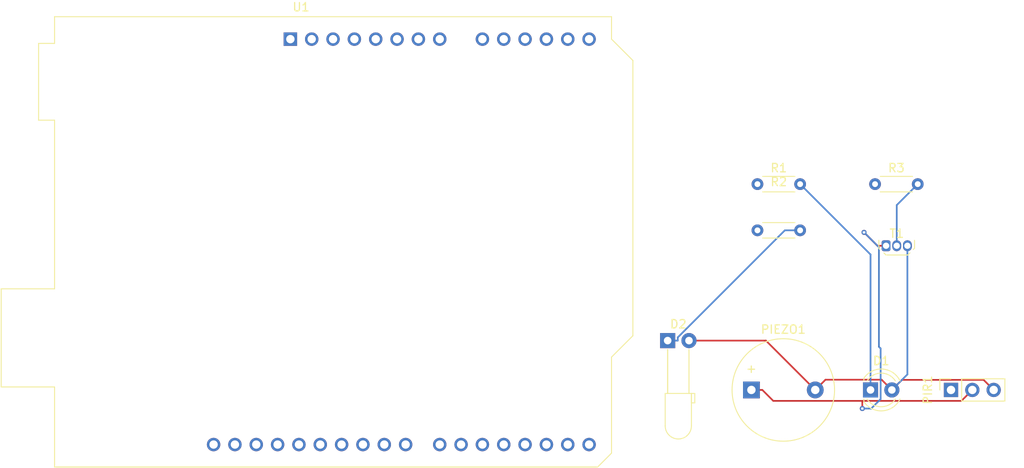
<source format=kicad_pcb>
(kicad_pcb (version 20241229) (generator "pcbnew") (generator_version "9.0")
  (layers (0 "F.Cu" signal) (2 "B.Cu" signal) (13 "F.Paste" user) (15 "B.Paste" user) (5 "F.SilkS" user "F.Silkscreen") (7 "B.SilkS" user "B.Silkscreen") (1 "F.Mask" user) (3 "B.Mask" user) (25 "Edge.Cuts" user))
  (net 0 "")
  (net 1 "Net-(D1-A)")
  (net 2 "U1_GND")
  (net 3 "Net-(D2-A)")
  (net 4 "U1_5V")
  (net 5 "Net-(PIR1-OUT)")
  (net 6 "Net-(R1-Pad1)")
  (net 7 "Net-(R2-Pad1)")
  (net 8 "Net-(T1-B)")
  (net 9 "Net-(R3-Pad1)")
  (footprint "Resistor_THT:R_Axial_DIN0204_L3.6mm_D1.6mm_P5.08mm_Horizontal" (layer "F.Cu") (at 190.38 86)
    (property "Reference" "R3" (at 2.54 -1.92 0) (layer "F.SilkS"))
    (property "Value" "1k")
    (fp_line (start 0.62 -0.92) (end 4.46 -0.92) (stroke (width 0.12)) (layer "F.SilkS"))
    (fp_line (start 0.62 0.92) (end 4.46 0.92) (stroke (width 0.12)) (layer "F.SilkS"))
    (pad "1" thru_hole circle (at 0 0) (size 1.4 1.4) (drill 0.7) (layers "*.Cu" "*.Mask") (net 9 "Net-(R3-Pad1)"))
    (pad "2" thru_hole circle (at 5.08 0) (size 1.4 1.4) (drill 0.7) (layers "*.Cu" "*.Mask") (net 8 "Net-(T1-B)"))
  )
  (footprint "Connector_PinSocket_2.54mm:PinSocket_1x03_P2.54mm_Vertical" (layer "F.Cu") (at 199.42 110.5 90)
    (property "Reference" "PIR1" (at 0 -2.77 90) (layer "F.SilkS"))
    (property "Value" "PIR-SENSOR_28027")
    (fp_line (start 1.33 -1.33) (end 1.33 0) (stroke (width 0.12)) (layer "F.SilkS"))
    (fp_line (start 0 -1.33) (end 1.33 -1.33) (stroke (width 0.12)) (layer "F.SilkS"))
    (fp_line (start 1.33 1.27) (end 1.33 6.41) (stroke (width 0.12)) (layer "F.SilkS"))
    (fp_line (start -1.33 1.27) (end 1.33 1.27) (stroke (width 0.12)) (layer "F.SilkS"))
    (fp_line (start -1.33 1.27) (end -1.33 6.41) (stroke (width 0.12)) (layer "F.SilkS"))
    (fp_line (start -1.33 6.41) (end 1.33 6.41) (stroke (width 0.12)) (layer "F.SilkS"))
    (pad "1" thru_hole rect (at 0 0 90) (size 1.7 1.7) (drill 1) (layers "*.Cu" "*.Mask") (net 5 "Net-(PIR1-OUT)"))
    (pad "2" thru_hole circle (at 0 2.54 90) (size 1.7 1.7) (drill 1) (layers "*.Cu" "*.Mask") (net 4 "U1_5V"))
    (pad "3" thru_hole circle (at 0 5.08 90) (size 1.7 1.7) (drill 1) (layers "*.Cu" "*.Mask") (net 2 "U1_GND"))
  )
  (footprint "Package_TO_SOT_THT:TO-92Flat" (layer "F.Cu") (at 191.69 93.335)
    (property "Reference" "T1" (at 1.27 -1.45 0) (layer "F.SilkS"))
    (property "Value" "NPN")
    (fp_line (start -0.86 0.3) (end -0.86 -0.65) (stroke (width 0.12)) (layer "F.SilkS"))
    (fp_line (start -0.71 0.45) (end -0.86 0.3) (stroke (width 0.12)) (layer "F.SilkS"))
    (fp_line (start -0.01 1.1) (end -0.26 0.85) (stroke (width 0.12)) (layer "F.SilkS"))
    (fp_line (start -0.01 1.1) (end 2.59 1.1) (stroke (width 0.12)) (layer "F.SilkS"))
    (fp_line (start 2.59 1.1) (end 2.84 0.85) (stroke (width 0.12)) (layer "F.SilkS"))
    (fp_line (start 3.24 0.45) (end 3.39 0.3) (stroke (width 0.12)) (layer "F.SilkS"))
    (fp_line (start 3.39 -0.65) (end 3.39 0.3) (stroke (width 0.12)) (layer "F.SilkS"))
    (pad "1" thru_hole roundrect (at 0 0) (size 1.05 1.3) (drill 0.75) (layers "*.Cu" "*.Mask") (roundrect_rratio 0.238) (net 4 "U1_5V"))
    (pad "2" thru_hole oval (at 1.27 0) (size 1.05 1.3) (drill 0.75) (layers "*.Cu" "*.Mask") (net 8 "Net-(T1-B)"))
    (pad "3" thru_hole oval (at 2.54 0) (size 1.05 1.3) (drill 0.75) (layers "*.Cu" "*.Mask") (net 2 "U1_GND"))
  )
  (footprint "LED_THT:LED_D3.0mm_Horizontal_O6.35mm_Z10.0mm" (layer "F.Cu") (at 165.69 104.625)
    (property "Reference" "D2" (at 1.27 -1.96 0) (layer "F.SilkS"))
    (property "Value" "BLUE")
    (fp_line (start -0.29 6.29) (end -0.29 10.15) (stroke (width 0.12)) (layer "F.SilkS"))
    (fp_line (start -0.29 6.29) (end 2.83 6.29) (stroke (width 0.12)) (layer "F.SilkS"))
    (fp_line (start 0 1.08) (end 0 1.08) (stroke (width 0.12)) (layer "F.SilkS"))
    (fp_line (start 0 1.08) (end 0 6.29) (stroke (width 0.12)) (layer "F.SilkS"))
    (fp_line (start 0 6.29) (end 0 1.08) (stroke (width 0.12)) (layer "F.SilkS"))
    (fp_line (start 0 6.29) (end 0 6.29) (stroke (width 0.12)) (layer "F.SilkS"))
    (fp_line (start 2.54 1.08) (end 2.54 1.08) (stroke (width 0.12)) (layer "F.SilkS"))
    (fp_line (start 2.54 1.08) (end 2.54 6.29) (stroke (width 0.12)) (layer "F.SilkS"))
    (fp_line (start 2.54 6.29) (end 2.54 1.08) (stroke (width 0.12)) (layer "F.SilkS"))
    (fp_line (start 2.54 6.29) (end 2.54 6.29) (stroke (width 0.12)) (layer "F.SilkS"))
    (fp_line (start 2.83 6.29) (end 2.83 10.15) (stroke (width 0.12)) (layer "F.SilkS"))
    (fp_line (start 2.83 6.29) (end 3.23 6.29) (stroke (width 0.12)) (layer "F.SilkS"))
    (fp_line (start 2.83 7.41) (end 2.83 6.29) (stroke (width 0.12)) (layer "F.SilkS"))
    (fp_line (start 3.23 6.29) (end 3.23 7.41) (stroke (width 0.12)) (layer "F.SilkS"))
    (fp_line (start 3.23 7.41) (end 2.83 7.41) (stroke (width 0.12)) (layer "F.SilkS"))
    (fp_arc (start 2.83 10.15) (mid 1.27 11.71) (end -0.29 10.15) (stroke (width 0.12)) (layer "F.SilkS"))
    (pad "1" thru_hole rect (at 0 0) (size 1.8 1.8) (drill 0.9) (layers "*.Cu" "*.Mask") (net 3 "Net-(D2-A)"))
    (pad "2" thru_hole circle (at 2.54 0) (size 1.8 1.8) (drill 0.9) (layers "*.Cu" "*.Mask") (net 2 "U1_GND"))
  )
  (footprint "Resistor_THT:R_Axial_DIN0204_L3.6mm_D1.6mm_P5.08mm_Horizontal" (layer "F.Cu") (at 176.38 86)
    (property "Reference" "R1" (at 2.54 -1.92 0) (layer "F.SilkS"))
    (property "Value" "100")
    (fp_line (start 0.62 -0.92) (end 4.46 -0.92) (stroke (width 0.12)) (layer "F.SilkS"))
    (fp_line (start 0.62 0.92) (end 4.46 0.92) (stroke (width 0.12)) (layer "F.SilkS"))
    (pad "1" thru_hole circle (at 0 0) (size 1.4 1.4) (drill 0.7) (layers "*.Cu" "*.Mask") (net 6 "Net-(R1-Pad1)"))
    (pad "2" thru_hole circle (at 5.08 0) (size 1.4 1.4) (drill 0.7) (layers "*.Cu" "*.Mask") (net 1 "Net-(D1-A)"))
  )
  (footprint "Buzzer_Beeper:Buzzer_12x9.5RM7.6" (layer "F.Cu") (at 175.66 110.5)
    (property "Reference" "PIEZO1" (at 3.8 -7.2 0) (layer "F.SilkS"))
    (property "Value" "PIEZO")
    (fp_circle (center 3.8 0) (end 9.9 0) (stroke (width 0.12)) (fill no) (layer "F.SilkS"))
    (fp_text user "+" (at -0.01 -2.54 0) (layer "F.SilkS"))
    (pad "1" thru_hole rect (at 0 0) (size 2 2) (drill 1) (layers "*.Cu" "*.Mask") (net 4 "U1_5V"))
    (pad "2" thru_hole circle (at 7.6 0) (size 2 2) (drill 1) (layers "*.Cu" "*.Mask") (net 2 "U1_GND"))
  )
  (footprint "Module:Arduino_UNO_R3_WithMountingHoles" (layer "F.Cu") (at 120.78 68.74)
    (property "Reference" "U1" (at 1.27 -3.81 180) (layer "F.SilkS"))
    (property "Value" "ARDUINO-UNO-R3-SHIELD")
    (fp_line (start -34.42 29.72) (end -34.42 41.4) (stroke (width 0.12)) (layer "F.SilkS"))
    (fp_line (start -34.42 41.4) (end -28.07 41.4) (stroke (width 0.12)) (layer "F.SilkS"))
    (fp_line (start -29.97 0.51) (end -29.97 9.65) (stroke (width 0.12)) (layer "F.SilkS"))
    (fp_line (start -29.97 9.65) (end -28.07 9.65) (stroke (width 0.12)) (layer "F.SilkS"))
    (fp_line (start -28.07 -2.67) (end -28.07 0.51) (stroke (width 0.12)) (layer "F.SilkS"))
    (fp_line (start -28.07 0.51) (end -29.97 0.51) (stroke (width 0.12)) (layer "F.SilkS"))
    (fp_line (start -28.07 9.65) (end -28.07 29.72) (stroke (width 0.12)) (layer "F.SilkS"))
    (fp_line (start -28.07 29.72) (end -34.42 29.72) (stroke (width 0.12)) (layer "F.SilkS"))
    (fp_line (start -28.07 41.4) (end -28.07 50.93) (stroke (width 0.12)) (layer "F.SilkS"))
    (fp_line (start -28.07 50.93) (end 36.58 50.93) (stroke (width 0.12)) (layer "F.SilkS"))
    (fp_line (start 36.58 50.93) (end 38.23 49.28) (stroke (width 0.12)) (layer "F.SilkS"))
    (fp_line (start 38.23 -2.67) (end -28.07 -2.67) (stroke (width 0.12)) (layer "F.SilkS"))
    (fp_line (start 38.23 0) (end 38.23 -2.67) (stroke (width 0.12)) (layer "F.SilkS"))
    (fp_line (start 38.23 37.85) (end 40.77 35.31) (stroke (width 0.12)) (layer "F.SilkS"))
    (fp_line (start 38.23 49.28) (end 38.23 37.85) (stroke (width 0.12)) (layer "F.SilkS"))
    (fp_line (start 40.77 2.54) (end 38.23 0) (stroke (width 0.12)) (layer "F.SilkS"))
    (fp_line (start 40.77 35.31) (end 40.77 2.54) (stroke (width 0.12)) (layer "F.SilkS"))
    (pad "" np_thru_hole circle (at -13.97 0 90) (size 3.2 3.2) (drill 3.2) (layers "*.Cu" "*.Mask"))
    (pad "" np_thru_hole circle (at -12.7 48.26 90) (size 3.2 3.2) (drill 3.2) (layers "*.Cu" "*.Mask"))
    (pad "" np_thru_hole circle (at 38.1 5.08 90) (size 3.2 3.2) (drill 3.2) (layers "*.Cu" "*.Mask"))
    (pad "" np_thru_hole circle (at 38.1 33.02 90) (size 3.2 3.2) (drill 3.2) (layers "*.Cu" "*.Mask"))
    (pad "1" thru_hole rect (at 0 0 90) (size 1.6 1.6) (drill 1) (layers "*.Cu" "*.Mask"))
    (pad "2" thru_hole oval (at 2.54 0 90) (size 1.6 1.6) (drill 1) (layers "*.Cu" "*.Mask"))
    (pad "3" thru_hole oval (at 5.08 0 90) (size 1.6 1.6) (drill 1) (layers "*.Cu" "*.Mask"))
    (pad "4" thru_hole oval (at 7.62 0 90) (size 1.6 1.6) (drill 1) (layers "*.Cu" "*.Mask"))
    (pad "5" thru_hole oval (at 10.16 0 90) (size 1.6 1.6) (drill 1) (layers "*.Cu" "*.Mask"))
    (pad "6" thru_hole oval (at 12.7 0 90) (size 1.6 1.6) (drill 1) (layers "*.Cu" "*.Mask"))
    (pad "7" thru_hole oval (at 15.24 0 90) (size 1.6 1.6) (drill 1) (layers "*.Cu" "*.Mask"))
    (pad "8" thru_hole oval (at 17.78 0 90) (size 1.6 1.6) (drill 1) (layers "*.Cu" "*.Mask"))
    (pad "9" thru_hole oval (at 22.86 0 90) (size 1.6 1.6) (drill 1) (layers "*.Cu" "*.Mask"))
    (pad "10" thru_hole oval (at 25.4 0 90) (size 1.6 1.6) (drill 1) (layers "*.Cu" "*.Mask"))
    (pad "11" thru_hole oval (at 27.94 0 90) (size 1.6 1.6) (drill 1) (layers "*.Cu" "*.Mask"))
    (pad "12" thru_hole oval (at 30.48 0 90) (size 1.6 1.6) (drill 1) (layers "*.Cu" "*.Mask"))
    (pad "13" thru_hole oval (at 33.02 0 90) (size 1.6 1.6) (drill 1) (layers "*.Cu" "*.Mask"))
    (pad "14" thru_hole oval (at 35.56 0 90) (size 1.6 1.6) (drill 1) (layers "*.Cu" "*.Mask"))
    (pad "15" thru_hole oval (at 35.56 48.26 90) (size 1.6 1.6) (drill 1) (layers "*.Cu" "*.Mask"))
    (pad "16" thru_hole oval (at 33.02 48.26 90) (size 1.6 1.6) (drill 1) (layers "*.Cu" "*.Mask"))
    (pad "17" thru_hole oval (at 30.48 48.26 90) (size 1.6 1.6) (drill 1) (layers "*.Cu" "*.Mask"))
    (pad "18" thru_hole oval (at 27.94 48.26 90) (size 1.6 1.6) (drill 1) (layers "*.Cu" "*.Mask"))
    (pad "19" thru_hole oval (at 25.4 48.26 90) (size 1.6 1.6) (drill 1) (layers "*.Cu" "*.Mask"))
    (pad "20" thru_hole oval (at 22.86 48.26 90) (size 1.6 1.6) (drill 1) (layers "*.Cu" "*.Mask"))
    (pad "21" thru_hole oval (at 20.32 48.26 90) (size 1.6 1.6) (drill 1) (layers "*.Cu" "*.Mask"))
    (pad "22" thru_hole oval (at 17.78 48.26 90) (size 1.6 1.6) (drill 1) (layers "*.Cu" "*.Mask"))
    (pad "23" thru_hole oval (at 13.72 48.26 90) (size 1.6 1.6) (drill 1) (layers "*.Cu" "*.Mask"))
    (pad "24" thru_hole oval (at 11.18 48.26 90) (size 1.6 1.6) (drill 1) (layers "*.Cu" "*.Mask"))
    (pad "25" thru_hole oval (at 8.64 48.26 90) (size 1.6 1.6) (drill 1) (layers "*.Cu" "*.Mask"))
    (pad "26" thru_hole oval (at 6.1 48.26 90) (size 1.6 1.6) (drill 1) (layers "*.Cu" "*.Mask"))
    (pad "27" thru_hole oval (at 3.56 48.26 90) (size 1.6 1.6) (drill 1) (layers "*.Cu" "*.Mask"))
    (pad "28" thru_hole oval (at 1.02 48.26 90) (size 1.6 1.6) (drill 1) (layers "*.Cu" "*.Mask"))
    (pad "29" thru_hole oval (at -1.52 48.26 90) (size 1.6 1.6) (drill 1) (layers "*.Cu" "*.Mask"))
    (pad "30" thru_hole oval (at -4.06 48.26 90) (size 1.6 1.6) (drill 1) (layers "*.Cu" "*.Mask"))
    (pad "31" thru_hole oval (at -6.6 48.26 90) (size 1.6 1.6) (drill 1) (layers "*.Cu" "*.Mask"))
    (pad "32" thru_hole oval (at -9.14 48.26 90) (size 1.6 1.6) (drill 1) (layers "*.Cu" "*.Mask"))
  )
  (footprint "Resistor_THT:R_Axial_DIN0204_L3.6mm_D1.6mm_P5.08mm_Horizontal" (layer "F.Cu") (at 176.38 91.5)
    (property "Reference" "R2" (at 2.54 -5.77 0) (layer "F.SilkS"))
    (property "Value" "100")
    (fp_line (start 0.62 -0.92) (end 4.46 -0.92) (stroke (width 0.12)) (layer "F.SilkS"))
    (fp_line (start 0.62 0.92) (end 4.46 0.92) (stroke (width 0.12)) (layer "F.SilkS"))
    (pad "1" thru_hole circle (at 0 0) (size 1.4 1.4) (drill 0.7) (layers "*.Cu" "*.Mask") (net 7 "Net-(R2-Pad1)"))
    (pad "2" thru_hole circle (at 5.08 0) (size 1.4 1.4) (drill 0.7) (layers "*.Cu" "*.Mask") (net 3 "Net-(D2-A)"))
  )
  (footprint "LED_THT:LED_D4.0mm" (layer "F.Cu") (at 189.84 110.5)
    (property "Reference" "D1" (at 1.27 -3.46 0) (layer "F.SilkS"))
    (property "Value" "RED")
    (fp_line (start -0.79 -1.399) (end -0.79 -1.08) (stroke (width 0.12)) (layer "F.SilkS"))
    (fp_line (start -0.79 1.08) (end -0.79 1.399) (stroke (width 0.12)) (layer "F.SilkS"))
    (fp_arc (start -0.79 -1.398749) (mid 1.45392 -2.483198) (end 3.513591 -1.08) (stroke (width 0.12)) (layer "F.SilkS"))
    (fp_arc (start -0.41333 -1.08) (mid 1.27 -2) (end 2.95333 -1.08) (stroke (width 0.12)) (layer "F.SilkS"))
    (fp_arc (start 2.95333 1.08) (mid 1.27 2) (end -0.41333 1.08) (stroke (width 0.12)) (layer "F.SilkS"))
    (fp_arc (start 3.513591 1.08) (mid 1.45392 2.483198) (end -0.79 1.398749) (stroke (width 0.12)) (layer "F.SilkS"))
    (pad "1" thru_hole rect (at 0 0) (size 1.8 1.8) (drill 0.9) (layers "*.Cu" "*.Mask") (net 1 "Net-(D1-A)"))
    (pad "2" thru_hole circle (at 2.54 0) (size 1.8 1.8) (drill 0.9) (layers "*.Cu" "*.Mask") (net 2 "U1_GND"))
  )
  (segment (start 181.46 86) (end 189.84 94.38) (width 0.2) (layer "B.Cu") (net 1))
  (segment (start 189.84 94.38) (end 189.84 110.5) (width 0.2) (layer "B.Cu") (net 1))
  (segment (start 191.1593 109.2793) (end 192.38 110.5) (width 0.2) (layer "F.Cu") (net 2))
  (segment (start 183.26 110.5) (end 184.4807 109.2793) (width 0.2) (layer "F.Cu") (net 2))
  (segment (start 193.5802 109.2998) (end 192.38 110.5) (width 0.2) (layer "F.Cu") (net 2))
  (segment (start 177.385 104.625) (end 183.26 110.5) (width 0.2) (layer "F.Cu") (net 2))
  (segment (start 168.23 104.625) (end 177.385 104.625) (width 0.2) (layer "F.Cu") (net 2))
  (segment (start 184.4807 109.2793) (end 191.1593 109.2793) (width 0.2) (layer "F.Cu") (net 2))
  (segment (start 203.2998 109.2998) (end 193.5802 109.2998) (width 0.2) (layer "F.Cu") (net 2))
  (segment (start 204.5 110.5) (end 203.2998 109.2998) (width 0.2) (layer "F.Cu") (net 2))
  (segment (start 194.23 108.65) (end 192.38 110.5) (width 0.2) (layer "B.Cu") (net 2))
  (segment (start 194.23 93.335) (end 194.23 108.65) (width 0.2) (layer "B.Cu") (net 2))
  (segment (start 166.8917 104.2495) (end 166.8917 104.625) (width 0.2) (layer "B.Cu") (net 3))
  (segment (start 181.46 91.5) (end 179.6412 91.5) (width 0.2) (layer "B.Cu") (net 3))
  (segment (start 165.69 104.625) (end 166.8917 104.625) (width 0.2) (layer "B.Cu") (net 3))
  (segment (start 179.6412 91.5) (end 166.8917 104.2495) (width 0.2) (layer "B.Cu") (net 3))
  (segment (start 188.8629 112.7136) (end 188.8629 111.8017) (width 0.2) (layer "F.Cu") (net 4))
  (segment (start 200.6583 111.8017) (end 188.8629 111.8017) (width 0.2) (layer "F.Cu") (net 4))
  (segment (start 175.66 110.5) (end 176.9617 110.5) (width 0.2) (layer "F.Cu") (net 4))
  (segment (start 178.2634 111.8017) (end 176.9617 110.5) (width 0.2) (layer "F.Cu") (net 4))
  (segment (start 190.6618 93.335) (end 189.0688 91.742) (width 0.2) (layer "F.Cu") (net 4))
  (segment (start 191.69 93.335) (end 190.6618 93.335) (width 0.2) (layer "F.Cu") (net 4))
  (segment (start 188.8629 111.8017) (end 178.2634 111.8017) (width 0.2) (layer "F.Cu") (net 4))
  (segment (start 201.96 110.5) (end 200.6583 111.8017) (width 0.2) (layer "F.Cu") (net 4))
  (via (at 188.8629 112.7136) (size 0.6) (drill 0.3) (layers "F.Cu" "B.Cu") (net 4))
  (via (at 189.0688 91.742) (size 0.6) (drill 0.3) (layers "F.Cu" "B.Cu") (net 4))
  (segment (start 190.84 93.5132) (end 190.84 105.3616) (width 0.2) (layer "B.Cu") (net 4))
  (segment (start 189.9191 112.7136) (end 188.8629 112.7136) (width 0.2) (layer "B.Cu") (net 4))
  (segment (start 189.0688 91.742) (end 190.84 93.5132) (width 0.2) (layer "B.Cu") (net 4))
  (segment (start 191.0424 105.564) (end 191.0424 111.5903) (width 0.2) (layer "B.Cu") (net 4))
  (segment (start 191.0424 111.5903) (end 189.9191 112.7136) (width 0.2) (layer "B.Cu") (net 4))
  (segment (start 190.84 105.3616) (end 191.0424 105.564) (width 0.2) (layer "B.Cu") (net 4))
  (segment (start 192.96 93.335) (end 192.96 88.5) (width 0.2) (layer "B.Cu") (net 8))
  (segment (start 192.96 88.5) (end 195.46 86) (width 0.2) (layer "B.Cu") (net 8))
)
</source>
